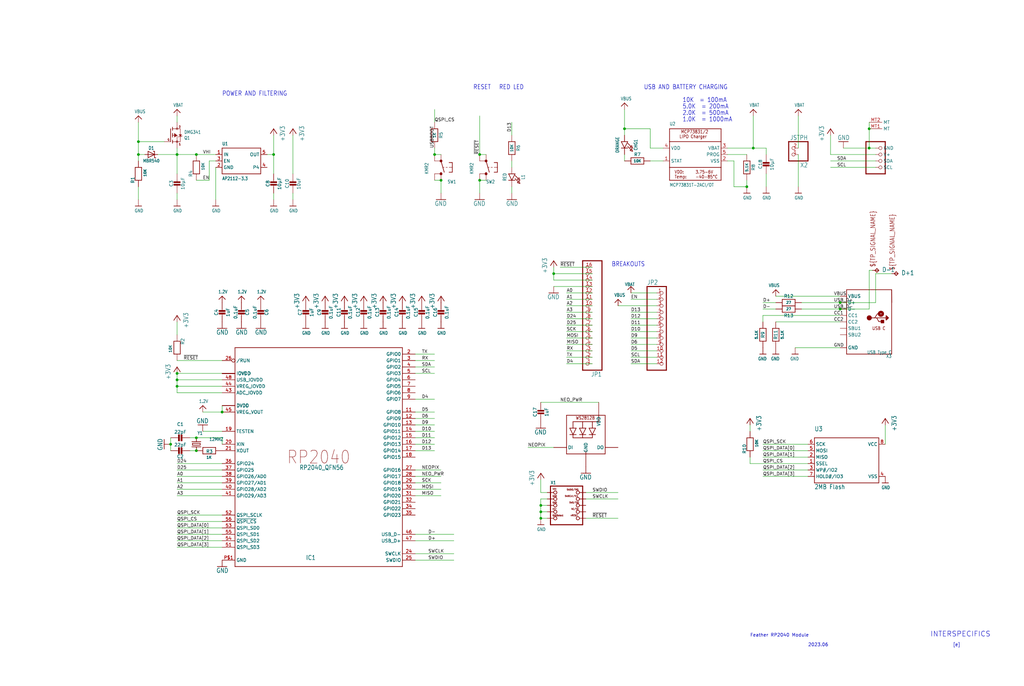
<source format=kicad_sch>
(kicad_sch (version 20230121) (generator eeschema)
  (paper "User" 404.012 270.662)
  (junction (at 297.18 58.42))
  (junction (at 77.47 60.96))
  (junction (at 69.85 60.96))
  (junction (at 77.47 177.8))
  (junction (at 218.44 107.95))
  (junction (at 331.47 119.38))
  (junction (at 213.36 201.93))
  (junction (at 67.31 175.26))
  (junction (at 342.9 50.8))
  (junction (at 173.99 71.12))
  (junction (at 189.23 60.96))
  (junction (at 69.85 149.86))
  (junction (at 69.85 147.32))
  (junction (at 331.47 121.92))
  (junction (at 54.61 55.88))
  (junction (at 189.23 71.12))
  (junction (at 246.38 50.8))
  (junction (at 54.61 60.96))
  (junction (at 87.63 162.56))
  (junction (at 171.45 60.96))
  (junction (at 213.36 204.47))
  (junction (at 77.47 172.72))
  (junction (at 213.36 199.39))
  (junction (at 294.64 73.66))
  (junction (at 69.85 152.4))
  (junction (at 342.9 58.42))
  (junction (at 107.95 60.96))
  (wire (pts (xy 256.54 50.8) (xy 256.54 58.42)) (stroke (width 0.1524)))
  (wire (pts (xy 342.9 58.42) (xy 342.9 50.8)) (stroke (width 0.1524)))
  (wire (pts (xy 256.54 63.5) (xy 261.62 63.5)) (stroke (width 0.1524)))
  (wire (pts (xy 295.91 180.34) (xy 295.91 182.88)) (stroke (width 0.1524)))
  (wire (pts (xy 163.83 190.5) (xy 173.99 190.5)) (stroke (width 0.1524)))
  (wire (pts (xy 259.08 120.65) (xy 243.84 120.65)) (stroke (width 0.1524)))
  (wire (pts (xy 163.83 187.96) (xy 173.99 187.96)) (stroke (width 0.1524)))
  (wire (pts (xy 259.08 138.43) (xy 248.92 138.43)) (stroke (width 0.1524)))
  (wire (pts (xy 306.07 116.84) (xy 331.47 116.84)) (stroke (width 0.1524)))
  (wire (pts (xy 327.66 60.96) (xy 327.66 53.34)) (stroke (width 0.1524)))
  (wire (pts (xy 69.85 182.88) (xy 87.63 182.88)) (stroke (width 0.1524)))
  (wire (pts (xy 107.95 60.96) (xy 107.95 53.34)) (stroke (width 0.1524)))
  (wire (pts (xy 223.52 143.51) (xy 233.68 143.51)) (stroke (width 0.1524)))
  (wire (pts (xy 87.63 160.02) (xy 87.63 162.56)) (stroke (width 0.1524)))
  (wire (pts (xy 213.36 204.47) (xy 213.36 201.93)) (stroke (width 0.1524)))
  (wire (pts (xy 163.83 157.48) (xy 171.45 157.48)) (stroke (width 0.1524)))
  (wire (pts (xy 77.47 71.12) (xy 82.55 71.12)) (stroke (width 0.1524)))
  (wire (pts (xy 314.96 73.66) (xy 314.96 60.96)) (stroke (width 0.1524)))
  (wire (pts (xy 223.52 118.11) (xy 233.68 118.11)) (stroke (width 0.1524)))
  (wire (pts (xy 345.44 63.5) (xy 327.66 63.5)) (stroke (width 0.1524)))
  (wire (pts (xy 233.68 125.73) (xy 223.52 125.73)) (stroke (width 0.1524)))
  (wire (pts (xy 289.56 63.5) (xy 289.56 73.66)) (stroke (width 0.1524)))
  (wire (pts (xy 287.02 63.5) (xy 289.56 63.5)) (stroke (width 0.1524)))
  (wire (pts (xy 69.85 60.96) (xy 69.85 68.58)) (stroke (width 0.1524)))
  (wire (pts (xy 107.95 76.2) (xy 107.95 78.74)) (stroke (width 0.1524)))
  (wire (pts (xy 87.63 205.74) (xy 69.85 205.74)) (stroke (width 0.1524)))
  (wire (pts (xy 171.45 48.26) (xy 171.45 43.18)) (stroke (width 0.1524)))
  (wire (pts (xy 201.93 73.66) (xy 201.93 76.2)) (stroke (width 0.1524)))
  (wire (pts (xy 69.85 213.36) (xy 87.63 213.36)) (stroke (width 0.1524)))
  (wire (pts (xy 218.44 176.53) (xy 208.28 176.53)) (stroke (width 0.1524)))
  (wire (pts (xy 173.99 71.12) (xy 173.99 76.2)) (stroke (width 0.1524)))
  (wire (pts (xy 69.85 210.82) (xy 87.63 210.82)) (stroke (width 0.1524)))
  (wire (pts (xy 67.31 175.26) (xy 67.31 172.72)) (stroke (width 0.1524)))
  (wire (pts (xy 306.07 119.38) (xy 300.99 119.38)) (stroke (width 0.1524)))
  (wire (pts (xy 233.68 133.35) (xy 223.52 133.35)) (stroke (width 0.1524)))
  (wire (pts (xy 57.15 60.96) (xy 54.61 60.96)) (stroke (width 0.1524)))
  (wire (pts (xy 223.52 135.89) (xy 233.68 135.89)) (stroke (width 0.1524)))
  (wire (pts (xy 318.77 175.26) (xy 300.99 175.26)) (stroke (width 0.1524)))
  (wire (pts (xy 349.25 167.64) (xy 349.25 175.26)) (stroke (width 0.1524)))
  (wire (pts (xy 218.44 105.41) (xy 218.44 107.95)) (stroke (width 0.1524)))
  (wire (pts (xy 163.83 177.8) (xy 171.45 177.8)) (stroke (width 0.1524)))
  (wire (pts (xy 295.91 182.88) (xy 318.77 182.88)) (stroke (width 0.1524)))
  (wire (pts (xy 300.99 177.8) (xy 318.77 177.8)) (stroke (width 0.1524)))
  (wire (pts (xy 231.14 194.31) (xy 243.84 194.31)) (stroke (width 0.1524)))
  (wire (pts (xy 189.23 60.96) (xy 191.77 60.96)) (stroke (width 0.1524)))
  (wire (pts (xy 246.38 60.96) (xy 246.38 63.5)) (stroke (width 0.1524)))
  (wire (pts (xy 189.23 45.72) (xy 189.23 60.96)) (stroke (width 0.1524)))
  (wire (pts (xy 163.83 195.58) (xy 173.99 195.58)) (stroke (width 0.1524)))
  (wire (pts (xy 163.83 193.04) (xy 173.99 193.04)) (stroke (width 0.1524)))
  (wire (pts (xy 331.47 124.46) (xy 300.99 124.46)) (stroke (width 0.1524)))
  (wire (pts (xy 171.45 60.96) (xy 171.45 58.42)) (stroke (width 0.1524)))
  (wire (pts (xy 69.85 149.86) (xy 69.85 147.32)) (stroke (width 0.1524)))
  (wire (pts (xy 87.63 203.2) (xy 69.85 203.2)) (stroke (width 0.1524)))
  (wire (pts (xy 331.47 127) (xy 306.07 127)) (stroke (width 0.1524)))
  (wire (pts (xy 163.83 139.7) (xy 171.45 139.7)) (stroke (width 0.1524)))
  (wire (pts (xy 233.68 113.03) (xy 218.44 113.03)) (stroke (width 0.1524)))
  (wire (pts (xy 85.09 66.04) (xy 85.09 78.74)) (stroke (width 0.1524)))
  (wire (pts (xy 218.44 110.49) (xy 218.44 107.95)) (stroke (width 0.1524)))
  (wire (pts (xy 246.38 53.34) (xy 246.38 50.8)) (stroke (width 0.1524)))
  (wire (pts (xy 189.23 76.2) (xy 189.23 71.12)) (stroke (width 0.1524)))
  (wire (pts (xy 77.47 60.96) (xy 69.85 60.96)) (stroke (width 0.1524)))
  (wire (pts (xy 163.83 175.26) (xy 171.45 175.26)) (stroke (width 0.1524)))
  (wire (pts (xy 105.41 60.96) (xy 107.95 60.96)) (stroke (width 0.1524)))
  (wire (pts (xy 318.77 180.34) (xy 300.99 180.34)) (stroke (width 0.1524)))
  (wire (pts (xy 171.45 142.24) (xy 163.83 142.24)) (stroke (width 0.1524)))
  (wire (pts (xy 115.57 68.58) (xy 115.57 53.34)) (stroke (width 0.1524)))
  (wire (pts (xy 289.56 73.66) (xy 294.64 73.66)) (stroke (width 0.1524)))
  (wire (pts (xy 259.08 128.27) (xy 248.92 128.27)) (stroke (width 0.1524)))
  (wire (pts (xy 64.77 55.88) (xy 54.61 55.88)) (stroke (width 0.1524)))
  (wire (pts (xy 248.92 118.11) (xy 259.08 118.11)) (stroke (width 0.1524)))
  (wire (pts (xy 87.63 185.42) (xy 69.85 185.42)) (stroke (width 0.1524)))
  (wire (pts (xy 236.22 158.75) (xy 213.36 158.75)) (stroke (width 0.1524)))
  (wire (pts (xy 213.36 199.39) (xy 213.36 201.93)) (stroke (width 0.1524)))
  (wire (pts (xy 87.63 170.18) (xy 80.01 170.18)) (stroke (width 0.1524)))
  (wire (pts (xy 173.99 60.96) (xy 171.45 60.96)) (stroke (width 0.1524)))
  (wire (pts (xy 246.38 43.18) (xy 246.38 50.8)) (stroke (width 0.1524)))
  (wire (pts (xy 345.44 60.96) (xy 327.66 60.96)) (stroke (width 0.1524)))
  (wire (pts (xy 54.61 60.96) (xy 54.61 55.88)) (stroke (width 0.1524)))
  (wire (pts (xy 302.26 58.42) (xy 297.18 58.42)) (stroke (width 0.1524)))
  (wire (pts (xy 213.36 199.39) (xy 215.9 199.39)) (stroke (width 0.1524)))
  (wire (pts (xy 233.68 130.81) (xy 223.52 130.81)) (stroke (width 0.1524)))
  (wire (pts (xy 345.44 58.42) (xy 342.9 58.42)) (stroke (width 0.1524)))
  (wire (pts (xy 345.44 107.95) (xy 351.79 107.95)) (stroke (width 0.1524)))
  (wire (pts (xy 233.68 105.41) (xy 220.98 105.41)) (stroke (width 0.1524)))
  (wire (pts (xy 87.63 187.96) (xy 69.85 187.96)) (stroke (width 0.1524)))
  (wire (pts (xy 342.9 50.8) (xy 342.9 48.26)) (stroke (width 0.1524)))
  (wire (pts (xy 314.96 45.72) (xy 314.96 58.42)) (stroke (width 0.1524)))
  (wire (pts (xy 259.08 133.35) (xy 248.92 133.35)) (stroke (width 0.1524)))
  (wire (pts (xy 223.52 128.27) (xy 233.68 128.27)) (stroke (width 0.1524)))
  (wire (pts (xy 201.93 63.5) (xy 201.93 66.04)) (stroke (width 0.1524)))
  (wire (pts (xy 223.52 140.97) (xy 233.68 140.97)) (stroke (width 0.1524)))
  (wire (pts (xy 77.47 172.72) (xy 74.93 172.72)) (stroke (width 0.1524)))
  (wire (pts (xy 259.08 123.19) (xy 248.92 123.19)) (stroke (width 0.1524)))
  (wire (pts (xy 233.68 120.65) (xy 223.52 120.65)) (stroke (width 0.1524)))
  (wire (pts (xy 295.91 167.64) (xy 295.91 170.18)) (stroke (width 0.1524)))
  (wire (pts (xy 345.44 119.38) (xy 331.47 119.38)) (stroke (width 0.1524)))
  (wire (pts (xy 69.85 45.72) (xy 69.85 48.26)) (stroke (width 0.1524)))
  (wire (pts (xy 77.47 172.72) (xy 87.63 172.72)) (stroke (width 0.1524)))
  (wire (pts (xy 82.55 71.12) (xy 82.55 63.5)) (stroke (width 0.1524)))
  (wire (pts (xy 163.83 147.32) (xy 171.45 147.32)) (stroke (width 0.1524)))
  (wire (pts (xy 191.77 71.12) (xy 189.23 71.12)) (stroke (width 0.1524)))
  (wire (pts (xy 342.9 106.68) (xy 344.17 106.68)) (stroke (width 0.1524)))
  (wire (pts (xy 248.92 143.51) (xy 259.08 143.51)) (stroke (width 0.1524)))
  (wire (pts (xy 69.85 154.94) (xy 69.85 152.4)) (stroke (width 0.1524)))
  (wire (pts (xy 69.85 58.42) (xy 69.85 60.96)) (stroke (width 0.1524)))
  (wire (pts (xy 69.85 195.58) (xy 87.63 195.58)) (stroke (width 0.1524)))
  (wire (pts (xy 248.92 135.89) (xy 259.08 135.89)) (stroke (width 0.1524)))
  (wire (pts (xy 69.85 215.9) (xy 87.63 215.9)) (stroke (width 0.1524)))
  (wire (pts (xy 87.63 193.04) (xy 69.85 193.04)) (stroke (width 0.1524)))
  (wire (pts (xy 107.95 68.58) (xy 107.95 60.96)) (stroke (width 0.1524)))
  (wire (pts (xy 201.93 53.34) (xy 201.93 48.26)) (stroke (width 0.1524)))
  (wire (pts (xy 87.63 147.32) (xy 69.85 147.32)) (stroke (width 0.1524)))
  (wire (pts (xy 80.01 162.56) (xy 87.63 162.56)) (stroke (width 0.1524)))
  (wire (pts (xy 163.83 170.18) (xy 171.45 170.18)) (stroke (width 0.1524)))
  (wire (pts (xy 62.23 60.96) (xy 69.85 60.96)) (stroke (width 0.1524)))
  (wire (pts (xy 54.61 78.74) (xy 54.61 73.66)) (stroke (width 0.1524)))
  (wire (pts (xy 213.36 194.31) (xy 213.36 189.23)) (stroke (width 0.1524)))
  (wire (pts (xy 302.26 60.96) (xy 302.26 58.42)) (stroke (width 0.1524)))
  (wire (pts (xy 115.57 76.2) (xy 115.57 78.74)) (stroke (width 0.1524)))
  (wire (pts (xy 163.83 167.64) (xy 171.45 167.64)) (stroke (width 0.1524)))
  (wire (pts (xy 297.18 45.72) (xy 297.18 58.42)) (stroke (width 0.1524)))
  (wire (pts (xy 87.63 172.72) (xy 87.63 175.26)) (stroke (width 0.1524)))
  (wire (pts (xy 300.99 124.46) (xy 300.99 127)) (stroke (width 0.1524)))
  (wire (pts (xy 233.68 110.49) (xy 218.44 110.49)) (stroke (width 0.1524)))
  (wire (pts (xy 163.83 185.42) (xy 173.99 185.42)) (stroke (width 0.1524)))
  (wire (pts (xy 215.9 204.47) (xy 213.36 204.47)) (stroke (width 0.1524)))
  (wire (pts (xy 67.31 177.8) (xy 67.31 175.26)) (stroke (width 0.1524)))
  (wire (pts (xy 233.68 138.43) (xy 223.52 138.43)) (stroke (width 0.1524)))
  (wire (pts (xy 179.07 218.44) (xy 163.83 218.44)) (stroke (width 0.1524)))
  (wire (pts (xy 69.85 76.2) (xy 69.85 78.74)) (stroke (width 0.1524)))
  (wire (pts (xy 287.02 60.96) (xy 294.64 60.96)) (stroke (width 0.1524)))
  (wire (pts (xy 259.08 140.97) (xy 248.92 140.97)) (stroke (width 0.1524)))
  (wire (pts (xy 87.63 142.24) (xy 69.85 142.24)) (stroke (width 0.1524)))
  (wire (pts (xy 300.99 121.92) (xy 306.07 121.92)) (stroke (width 0.1524)))
  (wire (pts (xy 54.61 55.88) (xy 54.61 48.26)) (stroke (width 0.1524)))
  (wire (pts (xy 327.66 66.04) (xy 345.44 66.04)) (stroke (width 0.1524)))
  (wire (pts (xy 297.18 58.42) (xy 287.02 58.42)) (stroke (width 0.1524)))
  (wire (pts (xy 163.83 165.1) (xy 171.45 165.1)) (stroke (width 0.1524)))
  (wire (pts (xy 213.36 201.93) (xy 215.9 201.93)) (stroke (width 0.1524)))
  (wire (pts (xy 342.9 121.92) (xy 331.47 121.92)) (stroke (width 0.1524)))
  (wire (pts (xy 300.99 187.96) (xy 318.77 187.96)) (stroke (width 0.1524)))
  (wire (pts (xy 85.09 60.96) (xy 77.47 60.96)) (stroke (width 0.1524)))
  (wire (pts (xy 54.61 63.5) (xy 54.61 60.96)) (stroke (width 0.1524)))
  (wire (pts (xy 231.14 204.47) (xy 243.84 204.47)) (stroke (width 0.1524)))
  (wire (pts (xy 163.83 220.98) (xy 179.07 220.98)) (stroke (width 0.1524)))
  (wire (pts (xy 163.83 144.78) (xy 171.45 144.78)) (stroke (width 0.1524)))
  (wire (pts (xy 218.44 107.95) (xy 233.68 107.95)) (stroke (width 0.1524)))
  (wire (pts (xy 248.92 130.81) (xy 259.08 130.81)) (stroke (width 0.1524)))
  (wire (pts (xy 69.85 208.28) (xy 87.63 208.28)) (stroke (width 0.1524)))
  (wire (pts (xy 87.63 149.86) (xy 69.85 149.86)) (stroke (width 0.1524)))
  (wire (pts (xy 163.83 210.82) (xy 179.07 210.82)) (stroke (width 0.1524)))
  (wire (pts (xy 215.9 196.85) (xy 213.36 196.85)) (stroke (width 0.1524)))
  (wire (pts (xy 233.68 115.57) (xy 223.52 115.57)) (stroke (width 0.1524)))
  (wire (pts (xy 213.36 196.85) (xy 213.36 199.39)) (stroke (width 0.1524)))
  (wire (pts (xy 163.83 162.56) (xy 171.45 162.56)) (stroke (width 0.1524)))
  (wire (pts (xy 243.84 196.85) (xy 231.14 196.85)) (stroke (width 0.1524)))
  (wire (pts (xy 331.47 119.38) (xy 316.23 119.38)) (stroke (width 0.1524)))
  (wire (pts (xy 69.85 127) (xy 69.85 132.08)) (stroke (width 0.1524)))
  (wire (pts (xy 163.83 213.36) (xy 179.07 213.36)) (stroke (width 0.1524)))
  (wire (pts (xy 69.85 152.4) (xy 69.85 149.86)) (stroke (width 0.1524)))
  (wire (pts (xy 316.23 121.92) (xy 331.47 121.92)) (stroke (width 0.1524)))
  (wire (pts (xy 248.92 115.57) (xy 259.08 115.57)) (stroke (width 0.1524)))
  (wire (pts (xy 246.38 50.8) (xy 256.54 50.8)) (stroke (width 0.1524)))
  (wire (pts (xy 87.63 152.4) (xy 69.85 152.4)) (stroke (width 0.1524)))
  (wire (pts (xy 215.9 194.31) (xy 213.36 194.31)) (stroke (width 0.1524)))
  (wire (pts (xy 342.9 106.68) (xy 342.9 121.92)) (stroke (width 0.1524)))
  (wire (pts (xy 256.54 58.42) (xy 261.62 58.42)) (stroke (width 0.1524)))
  (wire (pts (xy 69.85 190.5) (xy 87.63 190.5)) (stroke (width 0.1524)))
  (wire (pts (xy 87.63 154.94) (xy 69.85 154.94)) (stroke (width 0.1524)))
  (wire (pts (xy 82.55 63.5) (xy 85.09 63.5)) (stroke (width 0.1524)))
  (wire (pts (xy 342.9 58.42) (xy 332.74 58.42)) (stroke (width 0.1524)))
  (wire (pts (xy 318.77 185.42) (xy 300.99 185.42)) (stroke (width 0.1524)))
  (wire (pts (xy 171.45 71.12) (xy 173.99 71.12)) (stroke (width 0.1524)))
  (wire (pts (xy 248.92 125.73) (xy 259.08 125.73)) (stroke (width 0.1524)))
  (wire (pts (xy 302.26 68.58) (xy 302.26 73.66)) (stroke (width 0.1524)))
  (wire (pts (xy 313.69 137.16) (xy 331.47 137.16)) (stroke (width 0.1524)))
  (wire (pts (xy 223.52 123.19) (xy 233.68 123.19)) (stroke (width 0.1524)))
  (wire (pts (xy 74.93 177.8) (xy 77.47 177.8)) (stroke (width 0.1524)))
  (wire (pts (xy 345.44 107.95) (xy 345.44 119.38)) (stroke (width 0.1524)))
  (wire (pts (xy 163.83 172.72) (xy 171.45 172.72)) (stroke (width 0.1524)))
  (wire (pts (xy 294.64 71.12) (xy 294.64 73.66)) (stroke (width 0.1524)))
  (text "5.0K  = 200mA" (at 269.24 43.18 0) (effects (font (size 1.778 1.5113)) (justify left bottom)))
  (text "2.0K  = 500mA" (at 269.24 45.72 0) (effects (font (size 1.778 1.5113)) (justify left bottom)))
  (text "1.0K  = 1000mA" (at 269.24 48.26 0) (effects (font (size 1.778 1.5113)) (justify left bottom)))
  (text "POWER AND FILTERING" (at 87.63 38.1 0) (effects (font (size 1.778 1.5113)) (justify left bottom)))
  (text "10K  = 100mA" (at 269.24 40.64 0) (effects (font (size 1.778 1.5113)) (justify left bottom)))
  (text "INTERSPECIFICS" (at 367.03 251.46 0) (effects (font (size 2 2)) (justify left bottom)))
  (text "USB AND BATTERY CHARGING" (at 254 35.56 0) (effects (font (size 1.778 1.5113)) (justify left bottom)))
  (text "RED LED" (at 196.85 35.56 0) (effects (font (size 1.778 1.5113)) (justify left bottom)))
  (text "RESET" (at 186.69 35.56 0) (effects (font (size 1.778 1.5113)) (justify left bottom)))
  (text "Feather RP2040 Module" (at 295.91 251.46 0) (effects (font (size 1.27 1.27)) (justify left bottom)))
  (text "BREAKOUTS" (at 241.3 105.41 0) (effects (font (size 1.778 1.5113)) (justify left bottom)))
  (text "[e]" (at 375.92 255.27 0) (effects (font (size 1.27 1.27)) (justify left bottom)))
  (text "2023.06\n" (at 318.77 255.27 0) (effects (font (size 1.27 1.27)) (justify left bottom)))
  (label "SDA" (at 330.2 63.5 0) (effects (font (size 1.2446 1.2446))))
  (label "VBUS" (at 328.93 116.84 0) (effects (font (size 1.2446 1.2446))))
  (label "NEOPIX" (at 166.37 185.42 0) (effects (font (size 1.2446 1.2446))))
  (label "SWCLK" (at 168.91 218.44 0) (effects (font (size 1.2446 1.2446))))
  (label "D4" (at 166.37 157.48 0) (effects (font (size 1.2446 1.2446))))
  (label "NEO_PWR" (at 166.37 187.96 0) (effects (font (size 1.2446 1.2446))))
  (label "D10" (at 248.92 130.81 0) (effects (font (size 1.2446 1.2446))))
  (label "D11" (at 248.92 128.27 0) (effects (font (size 1.2446 1.2446))))
  (label "A3" (at 223.52 123.19 0) (effects (font (size 1.2446 1.2446))))
  (label "QSPI_DATA[0]" (at 69.85 208.28 0) (effects (font (size 1.2446 1.2446))))
  (label "QSPI_DATA[0]" (at 300.99 177.8 0) (effects (font (size 1.2446 1.2446))))
  (label "QSPI_SCK" (at 300.99 175.26 0) (effects (font (size 1.2446 1.2446))))
  (label "D5" (at 248.92 138.43 0) (effects (font (size 1.2446 1.2446))))
  (label "EN" (at 80.01 71.12 0) (effects (font (size 1.2446 1.2446))))
  (label "NEOPIX" (at 208.28 176.53 0) (effects (font (size 1.2446 1.2446))))
  (label "QSPI_DATA[1]" (at 300.99 180.34 0) (effects (font (size 1.2446 1.2446))))
  (label "D-" (at 168.91 210.82 0) (effects (font (size 1.2446 1.2446))))
  (label "D24" (at 69.85 182.88 0) (effects (font (size 1.2446 1.2446))))
  (label "A2" (at 223.52 120.65 0) (effects (font (size 1.2446 1.2446))))
  (label "D10" (at 166.37 170.18 0) (effects (font (size 1.2446 1.2446))))
  (label "QSPI_CS" (at 300.99 182.88 0) (effects (font (size 1.2446 1.2446))))
  (label "SWDIO" (at 233.68 194.31 0) (effects (font (size 1.2446 1.2446))))
  (label "A0" (at 69.85 187.96 0) (effects (font (size 1.2446 1.2446))))
  (label "D6" (at 248.92 135.89 0) (effects (font (size 1.2446 1.2446))))
  (label "NEO_PWR" (at 220.98 158.75 0) (effects (font (size 1.2446 1.2446))))
  (label "~{RESET}" (at 220.98 105.41 0) (effects (font (size 1.2446 1.2446))))
  (label "QSPI_DATA[3]" (at 69.85 215.9 0) (effects (font (size 1.2446 1.2446))))
  (label "MISO" (at 166.37 195.58 0) (effects (font (size 1.2446 1.2446))))
  (label "A2" (at 69.85 193.04 0) (effects (font (size 1.2446 1.2446))))
  (label "D25" (at 223.52 128.27 0) (effects (font (size 1.2446 1.2446))))
  (label "D5" (at 166.37 162.56 0) (effects (font (size 1.2446 1.2446))))
  (label "QSPI_DATA[2]" (at 300.99 185.42 0) (effects (font (size 1.2446 1.2446))))
  (label "D+" (at 300.99 119.38 0) (effects (font (size 1.2446 1.2446))))
  (label "D+" (at 168.91 213.36 0) (effects (font (size 1.2446 1.2446))))
  (label "QSPI_CS" (at 171.45 48.26 0) (effects (font (size 1.2446 1.2446))))
  (label "SCK" (at 166.37 190.5 0) (effects (font (size 1.2446 1.2446))))
  (label "QSPI_DATA[3]" (at 300.99 187.96 0) (effects (font (size 1.2446 1.2446))))
  (label "SDA" (at 248.92 143.51 0) (effects (font (size 1.2446 1.2446))))
  (label "USB_D-" (at 328.93 121.92 0) (effects (font (size 1.2446 1.2446))))
  (label "USBBOOT" (at 171.45 58.42 90) (effects (font (size 1.2446 1.2446))))
  (label "D13" (at 201.93 48.26 270) (effects (font (size 1.2446 1.2446))))
  (label "D13" (at 166.37 177.8 0) (effects (font (size 1.2446 1.2446))))
  (label "A3" (at 69.85 195.58 0) (effects (font (size 1.2446 1.2446))))
  (label "D12" (at 166.37 175.26 0) (effects (font (size 1.2446 1.2446))))
  (label "EN" (at 248.92 118.11 0) (effects (font (size 1.2446 1.2446))))
  (label "D-" (at 300.99 121.92 0) (effects (font (size 1.2446 1.2446))))
  (label "CC1" (at 328.93 124.46 0) (effects (font (size 1.2446 1.2446))))
  (label "VHI" (at 80.01 60.96 0) (effects (font (size 1.2446 1.2446))))
  (label "A1" (at 223.52 118.11 0) (effects (font (size 1.2446 1.2446))))
  (label "D25" (at 69.85 185.42 0) (effects (font (size 1.2446 1.2446))))
  (label "SWCLK" (at 233.68 196.85 0) (effects (font (size 1.2446 1.2446))))
  (label "QSPI_CS" (at 69.85 205.74 0) (effects (font (size 1.2446 1.2446))))
  (label "MOSI" (at 223.52 133.35 0) (effects (font (size 1.2446 1.2446))))
  (label "~{RESET}" (at 233.68 204.47 0) (effects (font (size 1.2446 1.2446))))
  (label "D6" (at 166.37 165.1 0) (effects (font (size 1.2446 1.2446))))
  (label "TX" (at 166.37 139.7 0) (effects (font (size 1.2446 1.2446))))
  (label "SCL" (at 330.2 66.04 0) (effects (font (size 1.2446 1.2446))))
  (label "GND" (at 328.93 137.16 0) (effects (font (size 1.2446 1.2446))))
  (label "CC2" (at 328.93 127 0) (effects (font (size 1.2446 1.2446))))
  (label "MOSI" (at 166.37 193.04 0) (effects (font (size 1.2446 1.2446))))
  (label "D4" (at 223.52 143.51 0) (effects (font (size 1.2446 1.2446))))
  (label "D13" (at 248.92 123.19 0) (effects (font (size 1.2446 1.2446))))
  (label "QSPI_DATA[1]" (at 69.85 210.82 0) (effects (font (size 1.2446 1.2446))))
  (label "RX" (at 166.37 142.24 0) (effects (font (size 1.2446 1.2446))))
  (label "D12" (at 248.92 125.73 0) (effects (font (size 1.2446 1.2446))))
  (label "SDA" (at 166.37 144.78 0) (effects (font (size 1.2446 1.2446))))
  (label "MISO" (at 223.52 135.89 0) (effects (font (size 1.2446 1.2446))))
  (label "SWDIO" (at 168.91 220.98 0) (effects (font (size 1.2446 1.2446))))
  (label "~{RESET}" (at 189.23 60.96 90) (effects (font (size 1.2446 1.2446))))
  (label "D9" (at 166.37 167.64 0) (effects (font (size 1.2446 1.2446))))
  (label "USB_D+" (at 328.93 119.38 0) (effects (font (size 1.2446 1.2446))))
  (label "A0" (at 223.52 115.57 0) (effects (font (size 1.2446 1.2446))))
  (label "RX" (at 223.52 138.43 0) (effects (font (size 1.2446 1.2446))))
  (label "QSPI_SCK" (at 69.85 203.2 0) (effects (font (size 1.2446 1.2446))))
  (label "SCK" (at 223.52 130.81 0) (effects (font (size 1.2446 1.2446))))
  (label "~{RESET}" (at 72.39 142.24 0) (effects (font (size 1.2446 1.2446))))
  (label "A1" (at 69.85 190.5 0) (effects (font (size 1.2446 1.2446))))
  (label "D24" (at 223.52 125.73 0) (effects (font (size 1.2446 1.2446))))
  (label "SCL" (at 248.92 140.97 0) (effects (font (size 1.2446 1.2446))))
  (label "SCL" (at 166.37 147.32 0) (effects (font (size 1.2446 1.2446))))
  (label "D11" (at 166.37 172.72 0) (effects (font (size 1.2446 1.2446))))
  (label "QSPI_DATA[2]" (at 69.85 213.36 0) (effects (font (size 1.2446 1.2446))))
  (label "D9" (at 248.92 133.35 0) (effects (font (size 1.2446 1.2446))))
  (label "TX" (at 223.52 140.97 0) (effects (font (size 1.2446 1.2446))))
  (symbol (lib_id "Adafruit Feather RP2040 rev B-eagle-import:+3V3") (at 151.13 116.84 0) (unit 1)
    (property "Reference" "#+3V09" (effects hide))
    (property "Value" "+3V3" (at 148.59 121.92 90) (effects (font (size 1.778 1.5113)) (justify left bottom)))
  )
  (symbol (lib_id "Adafruit Feather RP2040 rev B-eagle-import:CAP_CERAMIC0603_NO") (at 72.39 172.72 90) (unit 1)
    (property "Reference" "C1" (at 71.14 167.39 90))
    (property "Value" "22pF" (at 71.14 170.42 90))
    (property "Footprint" "Adafruit Feather RP2040 rev B:0603-NO" (effects hide))
  )
  (symbol (lib_id "Adafruit Feather RP2040 rev B-eagle-import:CAP_CERAMIC0603_NO") (at 173.99 124.46 0) (unit 1)
    (property "Reference" "C16" (at 171.7 123.21 90))
    (property "Value" "0.1uF" (at 176.29 123.21 90))
    (property "Footprint" "Adafruit Feather RP2040 rev B:0603-NO" (effects hide))
  )
  (symbol (lib_id "Adafruit Feather RP2040 rev B-eagle-import:CAP_CERAMIC0603_NO") (at 158.75 124.46 0) (unit 1)
    (property "Reference" "C14" (at 156.46 123.21 90))
    (property "Value" "0.1uF" (at 161.05 123.21 90))
    (property "Footprint" "Adafruit Feather RP2040 rev B:0603-NO" (effects hide))
  )
  (symbol (lib_id "Adafruit Feather RP2040 rev B-eagle-import:CAP_CERAMIC0805-NOOUTLINE") (at 69.85 73.66 0) (unit 1)
    (property "Reference" "C3" (at 67.56 72.41 90))
    (property "Value" "10µF" (at 72.15 72.41 90))
    (property "Footprint" "Adafruit Feather RP2040 rev B:0805-NO" (effects hide))
  )
  (symbol (lib_id "Adafruit Feather RP2040 rev B-eagle-import:SWITCH_TACT_SMT4.6X2.8") (at 191.77 66.04 270) (unit 1)
    (property "Reference" "SW2" (at 191.77 72.39 90) (effects (font (size 1.27 1.0795)) (justify left bottom)))
    (property "Value" "KMR2" (at 185.42 64.135 0) (effects (font (size 1.27 1.0795)) (justify left bottom)))
    (property "Footprint" "Adafruit Feather RP2040 rev B:BTN_KMR2_4.6X2.8" (effects hide))
  )
  (symbol (lib_id "Adafruit Feather RP2040 rev B-eagle-import:+3V3") (at 135.89 116.84 0) (unit 1)
    (property "Reference" "#+3V07" (effects hide))
    (property "Value" "+3V3" (at 133.35 121.92 90) (effects (font (size 1.778 1.5113)) (justify left bottom)))
  )
  (symbol (lib_id "Adafruit Feather RP2040 rev B-eagle-import:RESISTOR_0603_NOOUT") (at 82.55 177.8 0) (unit 1)
    (property "Reference" "R3" (at 81.28 178.8414 0) (effects (justify left bottom)))
    (property "Value" "1K" (at 81.28 181.102 0) (effects (font (size 1.016 1.016) bold) (justify left bottom)))
    (property "Footprint" "Adafruit Feather RP2040 rev B:0603-NO" (effects hide))
  )
  (symbol (lib_id "Adafruit Feather RP2040 rev B-eagle-import:RESISTOR_0603_NOOUT") (at 306.07 132.08 270) (mirror x) (unit 1)
    (property "Reference" "R11" (at 306.07 132.08 0))
    (property "Value" "5.1K" (at 308.61 132.08 0) (effects (font (size 1.016 1.016) bold)))
    (property "Footprint" "Adafruit Feather RP2040 rev B:0603-NO" (effects hide))
  )
  (symbol (lib_id "Adafruit Feather RP2040 rev B-eagle-import:supply1_GND") (at 218.44 115.57 0) (unit 1)
    (property "Reference" "#GND011" (effects hide))
    (property "Value" "GND" (at 215.9 118.11 0) (effects (font (size 1.778 1.5113)) (justify left bottom)))
  )
  (symbol (lib_id "Adafruit Feather RP2040 rev B-eagle-import:supply1_GND") (at 102.87 129.54 0) (mirror y) (unit 1)
    (property "Reference" "#GND06" (effects hide))
    (property "Value" "GND" (at 105.41 132.08 0) (effects (font (size 1.778 1.5113)) (justify left bottom)))
  )
  (symbol (lib_id "Adafruit Feather RP2040 rev B-eagle-import:+3V3") (at 327.66 50.8 0) (unit 1)
    (property "Reference" "#+3V016" (effects hide))
    (property "Value" "+3V3" (at 325.12 55.88 90) (effects (font (size 1.778 1.5113)) (justify left bottom)))
  )
  (symbol (lib_id "Adafruit Feather RP2040 rev B-eagle-import:VREG_SOT23-5") (at 95.25 63.5 0) (unit 1)
    (property "Reference" "U1" (at 87.63 57.404 0) (effects (font (size 1.27 1.0795)) (justify left bottom)))
    (property "Value" "AP2112-3.3" (at 87.63 71.12 0) (effects (font (size 1.27 1.0795)) (justify left bottom)))
    (property "Footprint" "Adafruit Feather RP2040 rev B:SOT23-5@1" (effects hide))
  )
  (symbol (lib_id "Adafruit Feather RP2040 rev B-eagle-import:+3V3") (at 173.99 116.84 0) (unit 1)
    (property "Reference" "#+3V012" (effects hide))
    (property "Value" "+3V3" (at 171.45 121.92 90) (effects (font (size 1.778 1.5113)) (justify left bottom)))
  )
  (symbol (lib_id "Adafruit Feather RP2040 rev B-eagle-import:TPB1,27") (at 354.33 107.95 270) (mirror x) (unit 1)
    (property "Reference" "D+1" (at 355.6 106.68 90) (effects (font (size 1.778 1.5113)) (justify left bottom)))
    (property "Value" "TPB1,27" (effects hide))
    (property "Footprint" "Adafruit Feather RP2040 rev B:B1,27" (effects hide))
  )
  (symbol (lib_id "Adafruit Feather RP2040 rev B-eagle-import:CAP_CERAMIC0805-NOOUTLINE") (at 115.57 73.66 0) (unit 1)
    (property "Reference" "C10" (at 113.28 72.41 90))
    (property "Value" "10uF" (at 117.87 72.41 90))
    (property "Footprint" "Adafruit Feather RP2040 rev B:0805-NO" (effects hide))
  )
  (symbol (lib_id "Adafruit Feather RP2040 rev B-eagle-import:GND") (at 166.37 129.54 0) (unit 1)
    (property "Reference" "#U$018" (effects hide))
    (property "Value" "GND" (at 164.846 132.08 0) (effects (font (size 1.27 1.0795)) (justify left bottom)))
  )
  (symbol (lib_id "Adafruit Feather RP2040 rev B-eagle-import:VBAT") (at 297.18 43.18 0) (unit 1)
    (property "Reference" "#U$025" (effects hide))
    (property "Value" "VBAT" (at 295.656 42.164 0) (effects (font (size 1.27 1.0795)) (justify left bottom)))
  )
  (symbol (lib_id "Adafruit Feather RP2040 rev B-eagle-import:+3V3") (at 128.27 116.84 0) (unit 1)
    (property "Reference" "#+3V05" (effects hide))
    (property "Value" "+3V3" (at 125.73 121.92 90) (effects (font (size 1.778 1.5113)) (justify left bottom)))
  )
  (symbol (lib_id "Adafruit Feather RP2040 rev B-eagle-import:1.2V") (at 80.01 160.02 0) (unit 1)
    (property "Reference" "#U$03" (effects hide))
    (property "Value" "1.2V" (at 78.486 159.004 0) (effects (font (size 1.27 1.0795)) (justify left bottom)))
  )
  (symbol (lib_id "Adafruit Feather RP2040 rev B-eagle-import:1.2V") (at 95.25 116.84 0) (unit 1)
    (property "Reference" "#U$07" (effects hide))
    (property "Value" "1.2V" (at 93.726 115.824 0) (effects (font (size 1.27 1.0795)) (justify left bottom)))
  )
  (symbol (lib_id "Adafruit Feather RP2040 rev B-eagle-import:TPB1,27") (at 346.71 106.68 270) (mirror x) (unit 1)
    (property "Reference" "D-1" (at 347.98 105.41 90) (effects (font (size 1.778 1.5113)) (justify left bottom)))
    (property "Value" "TPB1,27" (effects hide))
    (property "Footprint" "Adafruit Feather RP2040 rev B:B1,27" (effects hide))
  )
  (symbol (lib_id "Adafruit Feather RP2040 rev B-eagle-import:GND") (at 314.96 76.2 0) (unit 1)
    (property "Reference" "#U$031" (effects hide))
    (property "Value" "GND" (at 313.436 78.74 0) (effects (font (size 1.27 1.0795)) (justify left bottom)))
  )
  (symbol (lib_id "Adafruit Feather RP2040 rev B-eagle-import:RESISTOR_0603_NOOUT") (at 54.61 68.58 90) (unit 1)
    (property "Reference" "R1" (at 53.1114 72.39 0) (effects (justify left bottom)))
    (property "Value" "10K" (at 57.912 69.85 0) (effects (font (size 1.016 1.016) bold) (justify left bottom)))
    (property "Footprint" "Adafruit Feather RP2040 rev B:0603-NO" (effects hide))
  )
  (symbol (lib_id "Adafruit Feather RP2040 rev B-eagle-import:+3V3") (at 213.36 186.69 0) (unit 1)
    (property "Reference" "#+3V013" (effects hide))
    (property "Value" "+3V3" (at 210.82 191.77 90) (effects (font (size 1.778 1.5113)) (justify left bottom)))
  )
  (symbol (lib_id "Adafruit Feather RP2040 rev B-eagle-import:VBUS") (at 246.38 40.64 0) (unit 1)
    (property "Reference" "#U$021" (effects hide))
    (property "Value" "VBUS" (at 244.856 39.624 0) (effects (font (size 1.27 1.0795)) (justify left bottom)))
  )
  (symbol (lib_id "Adafruit Feather RP2040 rev B-eagle-import:RESISTOR_0603_NOOUT") (at 311.15 121.92 0) (mirror y) (unit 1)
    (property "Reference" "R13" (at 311.15 124.46 0))
    (property "Value" "27" (at 311.15 121.92 0) (effects (font (size 1.016 1.016) bold)))
    (property "Footprint" "Adafruit Feather RP2040 rev B:0603-NO" (effects hide))
  )
  (symbol (lib_id "Adafruit Feather RP2040 rev B-eagle-import:CAP_CERAMIC0805-NOOUTLINE") (at 302.26 66.04 0) (unit 1)
    (property "Reference" "C18" (at 299.97 64.79 90))
    (property "Value" "10µF" (at 304.56 64.79 90))
    (property "Footprint" "Adafruit Feather RP2040 rev B:0805-NO" (effects hide))
  )
  (symbol (lib_id "Adafruit Feather RP2040 rev B-eagle-import:GND") (at 306.07 139.7 0) (mirror y) (unit 1)
    (property "Reference" "#U$029" (effects hide))
    (property "Value" "GND" (at 307.594 142.24 0) (effects (font (size 1.27 1.0795)) (justify left bottom)))
  )
  (symbol (lib_id "Adafruit Feather RP2040 rev B-eagle-import:CAP_CERAMIC0603_NO") (at 143.51 124.46 0) (unit 1)
    (property "Reference" "C12" (at 141.22 123.21 90))
    (property "Value" "0.1uF" (at 145.81 123.21 90))
    (property "Footprint" "Adafruit Feather RP2040 rev B:0603-NO" (effects hide))
  )
  (symbol (lib_id "Adafruit Feather RP2040 rev B-eagle-import:GND") (at 158.75 129.54 0) (unit 1)
    (property "Reference" "#U$017" (effects hide))
    (property "Value" "GND" (at 157.226 132.08 0) (effects (font (size 1.27 1.0795)) (justify left bottom)))
  )
  (symbol (lib_id "Adafruit Feather RP2040 rev B-eagle-import:CAP_CERAMIC0603_NO") (at 87.63 124.46 0) (unit 1)
    (property "Reference" "C4" (at 85.34 123.21 90))
    (property "Value" "1uF" (at 89.93 123.21 90))
    (property "Footprint" "Adafruit Feather RP2040 rev B:0603-NO" (effects hide))
  )
  (symbol (lib_id "Adafruit Feather RP2040 rev B-eagle-import:GND") (at 135.89 129.54 0) (unit 1)
    (property "Reference" "#U$014" (effects hide))
    (property "Value" "GND" (at 134.366 132.08 0) (effects (font (size 1.27 1.0795)) (justify left bottom)))
  )
  (symbol (lib_id "Adafruit Feather RP2040 rev B-eagle-import:supply1_GND") (at 64.77 175.26 270) (mirror x) (unit 1)
    (property "Reference" "#GND01" (effects hide))
    (property "Value" "GND" (at 62.23 177.8 0) (effects (font (size 1.778 1.5113)) (justify left bottom)))
  )
  (symbol (lib_id "Adafruit Feather RP2040 rev B-eagle-import:GND") (at 302.26 76.2 0) (unit 1)
    (property "Reference" "#U$026" (effects hide))
    (property "Value" "GND" (at 300.736 78.74 0) (effects (font (size 1.27 1.0795)) (justify left bottom)))
  )
  (symbol (lib_id "Adafruit Feather RP2040 rev B-eagle-import:+3V3") (at 115.57 50.8 0) (mirror y) (unit 1)
    (property "Reference" "#+3V06" (effects hide))
    (property "Value" "+3V3" (at 118.11 55.88 90) (effects (font (size 1.778 1.5113)) (justify left bottom)))
  )
  (symbol (lib_id "Adafruit Feather RP2040 rev B-eagle-import:CAP_CERAMIC0603_NO") (at 102.87 121.92 180) (unit 1)
    (property "Reference" "C6" (at 105.16 123.17 90))
    (property "Value" "0.1uF" (at 100.57 123.17 90))
    (property "Footprint" "Adafruit Feather RP2040 rev B:0603-NO" (effects hide))
  )
  (symbol (lib_id "Adafruit Feather RP2040 rev B-eagle-import:GND") (at 173.99 129.54 0) (unit 1)
    (property "Reference" "#U$019" (effects hide))
    (property "Value" "GND" (at 172.466 132.08 0) (effects (font (size 1.27 1.0795)) (justify left bottom)))
  )
  (symbol (lib_id "Adafruit Feather RP2040 rev B-eagle-import:VBAT") (at 314.96 43.18 0) (unit 1)
    (property "Reference" "#U$030" (effects hide))
    (property "Value" "VBAT" (at 313.436 42.164 0) (effects (font (size 1.27 1.0795)) (justify left bottom)))
  )
  (symbol (lib_id "Adafruit Feather RP2040 rev B-eagle-import:1.2V") (at 87.63 116.84 0) (unit 1)
    (property "Reference" "#U$06" (effects hide))
    (property "Value" "1.2V" (at 86.106 115.824 0) (effects (font (size 1.27 1.0795)) (justify left bottom)))
  )
  (symbol (lib_id "Adafruit Feather RP2040 rev B-eagle-import:USB_C") (at 341.63 127 0) (mirror y) (unit 1)
    (property "Reference" "X3" (at 351.79 141.224 0) (effects (font (size 1.27 1.0795)) (justify left bottom)))
    (property "Value" "USB Type C" (at 351.79 139.7 0) (effects (font (size 1.27 1.0795)) (justify left bottom)))
    (property "Footprint" "Adafruit Feather RP2040 rev B:USB_C_CUSB31-CFM2AX-01-X" (effects hide))
  )
  (symbol (lib_id "Adafruit Feather RP2040 rev B-eagle-import:+3V3") (at 143.51 116.84 0) (unit 1)
    (property "Reference" "#+3V08" (effects hide))
    (property "Value" "+3V3" (at 140.97 121.92 90) (effects (font (size 1.778 1.5113)) (justify left bottom)))
  )
  (symbol (lib_id "Adafruit Feather RP2040 rev B-eagle-import:+3V3") (at 158.75 116.84 0) (unit 1)
    (property "Reference" "#+3V010" (effects hide))
    (property "Value" "+3V3" (at 156.21 121.92 90) (effects (font (size 1.778 1.5113)) (justify left bottom)))
  )
  (symbol (lib_id "Adafruit Feather RP2040 rev B-eagle-import:MCP73831/2") (at 274.32 60.96 0) (unit 1)
    (property "Reference" "U2" (at 264.16 49.53 0) (effects (font (size 1.27 1.0795)) (justify left bottom)))
    (property "Value" "MCP73831T-2ACI/OT" (at 264.16 73.66 0) (effects (font (size 1.27 1.0795)) (justify left bottom)))
    (property "Footprint" "Adafruit Feather RP2040 rev B:SOT23-5" (effects hide))
  )
  (symbol (lib_id "Adafruit Feather RP2040 rev B-eagle-import:DIODE-SCHOTTKYSOD-123") (at 59.69 60.96 0) (unit 1)
    (property "Reference" "D1" (at 59.69 58.42 0) (effects (font (size 1.27 1.0795))))
    (property "Value" "MBR540" (at 59.69 63.46 0) (effects (font (size 1.27 1.0795))))
    (property "Footprint" "Adafruit Feather RP2040 rev B:SOD-123" (effects hide))
  )
  (symbol (lib_id "Adafruit Feather RP2040 rev B-eagle-import:STEMMA_I2C_QT") (at 345.44 63.5 0) (unit 1)
    (property "Reference" "CONN1" (effects hide))
    (property "Value" "STEMMA_I2C_QT" (effects hide))
    (property "Footprint" "Adafruit Feather RP2040 rev B:JST_SH4" (effects hide))
  )
  (symbol (lib_id "Adafruit Feather RP2040 rev B-eagle-import:GND") (at 115.57 81.28 0) (unit 1)
    (property "Reference" "#U$013" (effects hide))
    (property "Value" "GND" (at 114.046 83.82 0) (effects (font (size 1.27 1.0795)) (justify left bottom)))
  )
  (symbol (lib_id "Adafruit Feather RP2040 rev B-eagle-import:CAP_CERAMIC0603_NO") (at 72.39 177.8 90) (unit 1)
    (property "Reference" "C2" (at 71.14 180.09 90))
    (property "Value" "22pF" (at 71.14 175.5 90))
    (property "Footprint" "Adafruit Feather RP2040 rev B:0603-NO" (effects hide))
  )
  (symbol (lib_id "Adafruit Feather RP2040 rev B-eagle-import:+3V3") (at 295.91 165.1 0) (mirror y) (unit 1)
    (property "Reference" "#+3V015" (effects hide))
    (property "Value" "+3V3" (at 298.45 170.18 90) (effects (font (size 1.778 1.5113)) (justify left bottom)))
  )
  (symbol (lib_id "Adafruit Feather RP2040 rev B-eagle-import:STEMMA_I2C_QT") (at 342.9 50.8 0) (unit 2)
    (property "Reference" "CONN1" (effects hide))
    (property "Value" "STEMMA_I2C_QT" (effects hide))
    (property "Footprint" "Adafruit Feather RP2040 rev B:JST_SH4" (effects hide))
  )
  (symbol (lib_id "Adafruit Feather RP2040 rev B-eagle-import:GND") (at 69.85 81.28 0) (unit 1)
    (property "Reference" "#U$05" (effects hide))
    (property "Value" "GND" (at 68.326 83.82 0) (effects (font (size 1.27 1.0795)) (justify left bottom)))
  )
  (symbol (lib_id "Adafruit Feather RP2040 rev B-eagle-import:GND") (at 85.09 81.28 0) (unit 1)
    (property "Reference" "#U$08" (effects hide))
    (property "Value" "GND" (at 83.566 83.82 0) (effects (font (size 1.27 1.0795)) (justify left bottom)))
  )
  (symbol (lib_id "Adafruit Feather RP2040 rev B-eagle-import:GND") (at 151.13 129.54 0) (unit 1)
    (property "Reference" "#U$016" (effects hide))
    (property "Value" "GND" (at 149.606 132.08 0) (effects (font (size 1.27 1.0795)) (justify left bottom)))
  )
  (symbol (lib_id "Adafruit Feather RP2040 rev B-eagle-import:HEADER-1X12") (at 261.62 130.81 0) (unit 1)
    (property "Reference" "JP2" (at 255.27 112.395 0) (effects (font (size 1.778 1.5113)) (justify left bottom)))
    (property "Value" "HEADER-1X12" (effects hide))
    (property "Footprint" "Adafruit Feather RP2040 rev B:1X12_ROUND" (effects hide))
  )
  (symbol (lib_id "Adafruit Feather RP2040 rev B-eagle-import:WS2812B3535") (at 231.14 173.99 0) (unit 1)
    (property "Reference" "LED1" (effects hide))
    (property "Value" "WS2812B3535" (effects hide))
    (property "Footprint" "Adafruit Feather RP2040 rev B:LED3535" (effects hide))
  )
  (symbol (lib_id "Adafruit Feather RP2040 rev B-eagle-import:RP2040_QFN56") (at 125.73 180.34 0) (unit 1)
    (property "Reference" "IC1" (at 120.65 220.98 0) (effects (font (size 1.778 1.5113)) (justify left bottom)))
    (property "Value" "RP2040_QFN56" (at 118.11 185.42 0) (effects (font (size 1.778 1.5113)) (justify left bottom)))
    (property "Footprint" "Adafruit Feather RP2040 rev B:QFN56_7MM_REDUCEDEPAD" (effects hide))
  )
  (symbol (lib_id "Adafruit Feather RP2040 rev B-eagle-import:supply1_GND") (at 95.25 129.54 0) (mirror y) (unit 1)
    (property "Reference" "#GND05" (effects hide))
    (property "Value" "GND" (at 97.79 132.08 0) (effects (font (size 1.778 1.5113)) (justify left bottom)))
  )
  (symbol (lib_id "Adafruit Feather RP2040 rev B-eagle-import:+3V3") (at 69.85 124.46 0) (mirror y) (unit 1)
    (property "Reference" "#+3V01" (effects hide))
    (property "Value" "+3V3" (at 72.39 129.54 90) (effects (font (size 1.778 1.5113)) (justify left bottom)))
  )
  (symbol (lib_id "Adafruit Feather RP2040 rev B-eagle-import:+3V3") (at 120.65 116.84 0) (unit 1)
    (property "Reference" "#+3V03" (effects hide))
    (property "Value" "+3V3" (at 118.11 121.92 90) (effects (font (size 1.778 1.5113)) (justify left bottom)))
  )
  (symbol (lib_id "Adafruit Feather RP2040 rev B-eagle-import:GND") (at 107.95 81.28 0) (unit 1)
    (property "Reference" "#U$011" (effects hide))
    (property "Value" "GND" (at 106.426 83.82 0) (effects (font (size 1.27 1.0795)) (justify left bottom)))
  )
  (symbol (lib_id "Adafruit Feather RP2040 rev B-eagle-import:+3V3") (at 218.44 102.87 0) (unit 1)
    (property "Reference" "#+3V014" (effects hide))
    (property "Value" "+3V3" (at 215.9 107.95 90) (effects (font (size 1.778 1.5113)) (justify left bottom)))
  )
  (symbol (lib_id "Adafruit Feather RP2040 rev B-eagle-import:VBUS") (at 306.07 114.3 0) (mirror y) (unit 1)
    (property "Reference" "#U$028" (effects hide))
    (property "Value" "VBUS" (at 307.594 113.284 0) (effects (font (size 1.27 1.0795)) (justify left bottom)))
  )
  (symbol (lib_id "Adafruit Feather RP2040 rev B-eagle-import:LED0603_NOOUTLINE") (at 246.38 58.42 270) (unit 1)
    (property "Reference" "CHG1" (at 250.825 57.15 0) (effects (font (size 1.27 1.0795))))
    (property "Value" "ORANGE" (at 243.586 57.15 0) (effects (font (size 1.27 1.0795))))
    (property "Footprint" "Adafruit Feather RP2040 rev B:CHIPLED_0603_NOOUTLINE" (effects hide))
  )
  (symbol (lib_id "Adafruit Feather RP2040 rev B-eagle-import:RESISTOR_0603_NOOUT") (at 295.91 175.26 90) (unit 1)
    (property "Reference" "R10" (at 294.4114 179.07 0) (effects (justify left bottom)))
    (property "Value" "10K" (at 299.212 176.53 0) (effects (font (size 1.016 1.016) bold) (justify left bottom)))
    (property "Footprint" "Adafruit Feather RP2040 rev B:0603-NO" (effects hide))
  )
  (symbol (lib_id "Adafruit Feather RP2040 rev B-eagle-import:CAP_CERAMIC0603_NO") (at 151.13 124.46 0) (unit 1)
    (property "Reference" "C13" (at 148.84 123.21 90))
    (property "Value" "0.1uF" (at 153.43 123.21 90))
    (property "Footprint" "Adafruit Feather RP2040 rev B:0603-NO" (effects hide))
  )
  (symbol (lib_id "Adafruit Feather RP2040 rev B-eagle-import:GND") (at 349.25 190.5 0) (unit 1)
    (property "Reference" "#U$033" (effects hide))
    (property "Value" "GND" (at 347.726 193.04 0) (effects (font (size 1.27 1.0795)) (justify left bottom)))
  )
  (symbol (lib_id "Adafruit Feather RP2040 rev B-eagle-import:VBAT") (at 248.92 113.03 0) (unit 1)
    (property "Reference" "#U$023" (effects hide))
    (property "Value" "VBAT" (at 250.444 111.506 0) (effects (font (size 1.27 1.0795)) (justify right top)))
  )
  (symbol (lib_id "Adafruit Feather RP2040 rev B-eagle-import:RESISTOR_0603_NOOUT") (at 311.15 119.38 0) (mirror y) (unit 1)
    (property "Reference" "R12" (at 311.15 116.84 0))
    (property "Value" "27" (at 311.15 119.38 0) (effects (font (size 1.016 1.016) bold)))
    (property "Footprint" "Adafruit Feather RP2040 rev B:0603-NO" (effects hide))
  )
  (symbol (lib_id "Adafruit Feather RP2040 rev B-eagle-import:CAP_CERAMIC0603_NO") (at 128.27 124.46 0) (unit 1)
    (property "Reference" "C9" (at 125.98 123.21 90))
    (property "Value" "0.1uF" (at 130.57 123.21 90))
    (property "Footprint" "Adafruit Feather RP2040 rev B:0603-NO" (effects hide))
  )
  (symbol (lib_id "Adafruit Feather RP2040 rev B-eagle-import:1.2V") (at 102.87 116.84 0) (unit 1)
    (property "Reference" "#U$09" (effects hide))
    (property "Value" "1.2V" (at 101.346 115.824 0) (effects (font (size 1.27 1.0795)) (justify left bottom)))
  )
  (symbol (lib_id "Adafruit Feather RP2040 rev B-eagle-import:supply1_GND") (at 189.23 78.74 0) (unit 1)
    (property "Reference" "#GND08" (effects hide))
    (property "Value" "GND" (at 186.69 81.28 0) (effects (font (size 1.778 1.5113)) (justify left bottom)))
  )
  (symbol (lib_id "Adafruit Feather RP2040 rev B-eagle-import:supply1_GND") (at 87.63 129.54 0) (mirror y) (unit 1)
    (property "Reference" "#GND03" (effects hide))
    (property "Value" "GND" (at 90.17 132.08 0) (effects (font (size 1.778 1.5113)) (justify left bottom)))
  )
  (symbol (lib_id "Adafruit Feather RP2040 rev B-eagle-import:GND") (at 143.51 129.54 0) (unit 1)
    (property "Reference" "#U$015" (effects hide))
    (property "Value" "GND" (at 141.986 132.08 0) (effects (font (size 1.27 1.0795)) (justify left bottom)))
  )
  (symbol (lib_id "Adafruit Feather RP2040 rev B-eagle-import:JTAG-CORTEXBOXPOSTS") (at 223.52 199.39 0) (unit 1)
    (property "Reference" "X1" (at 217.17 191.135 0) (effects (font (size 1.27 1.0795)) (justify left bottom)))
    (property "Value" "JTAG-CORTEXBOXPOSTS" (effects hide))
    (property "Footprint" "Adafruit Feather RP2040 rev B:2X05_1.27MM_BOX_POSTS" (effects hide))
  )
  (symbol (lib_id "Adafruit Feather RP2040 rev B-eagle-import:supply1_GND") (at 332.74 55.88 180) (unit 1)
    (property "Reference" "#GND013" (effects hide))
    (property "Value" "GND" (at 335.28 53.34 0) (effects (font (size 1.778 1.5113)) (justify left bottom)))
  )
  (symbol (lib_id "Adafruit Feather RP2040 rev B-eagle-import:GND") (at 313.69 139.7 0) (mirror y) (unit 1)
    (property "Reference" "#U$032" (effects hide))
    (property "Value" "GND" (at 315.214 142.24 0) (effects (font (size 1.27 1.0795)) (justify left bottom)))
  )
  (symbol (lib_id "Adafruit Feather RP2040 rev B-eagle-import:CAP_CERAMIC0603_NO") (at 213.36 163.83 0) (unit 1)
    (property "Reference" "C17" (at 211.07 162.58 90))
    (property "Value" "1uF" (at 215.66 162.58 90))
    (property "Footprint" "Adafruit Feather RP2040 rev B:0603-NO" (effects hide))
  )
  (symbol (lib_id "Adafruit Feather RP2040 rev B-eagle-import:VBAT") (at 69.85 43.18 0) (unit 1)
    (property "Reference" "#U$04" (effects hide))
    (property "Value" "VBAT" (at 68.326 42.164 0) (effects (font (size 1.27 1.0795)) (justify left bottom)))
  )
  (symbol (lib_id "Adafruit Feather RP2040 rev B-eagle-import:supply1_GND") (at 231.14 186.69 0) (unit 1)
    (property "Reference" "#GND012" (effects hide))
    (property "Value" "GND" (at 228.6 189.23 0) (effects (font (size 1.778 1.5113)) (justify left bottom)))
  )
  (symbol (lib_id "Adafruit Feather RP2040 rev B-eagle-import:MOSFET-P") (at 69.85 53.34 0) (mirror x) (unit 1)
    (property "Reference" "Q1" (at 72.644 53.721 0) (effects (font (size 1.27 1.0795)) (justify left bottom)))
    (property "Value" "DMG341" (at 72.644 51.435 0) (effects (font (size 1.27 1.0795)) (justify left bottom)))
    (property "Footprint" "Adafruit Feather RP2040 rev B:SOT23-R" (effects hide))
  )
  (symbol (lib_id "Adafruit Feather RP2040 rev B-eagle-import:RESISTOR_0603_NOOUT") (at 300.99 132.08 270) (mirror x) (unit 1)
    (property "Reference" "R9" (at 300.99 132.08 0))
    (property "Value" "5.1K" (at 298.45 132.08 0) (effects (font (size 1.016 1.016) bold)))
    (property "Footprint" "Adafruit Feather RP2040 rev B:0603-NO" (effects hide))
  )
  (symbol (lib_id "Adafruit Feather RP2040 rev B-eagle-import:supply1_GND") (at 87.63 223.52 0) (mirror y) (unit 1)
    (property "Reference" "#GND04" (effects hide))
    (property "Value" "GND" (at 90.17 226.06 0) (effects (font (size 1.778 1.5113)) (justify left bottom)))
  )
  (symbol (lib_id "Adafruit Feather RP2040 rev B-eagle-import:VBUS") (at 243.84 118.11 0) (unit 1)
    (property "Reference" "#U$022" (effects hide))
    (property "Value" "VBUS" (at 242.316 117.094 0) (effects (font (size 1.27 1.0795)) (justify left bottom)))
  )
  (symbol (lib_id "Adafruit Feather RP2040 rev B-eagle-import:supply1_GND") (at 80.01 167.64 0) (mirror x) (unit 1)
    (property "Reference" "#GND02" (effects hide))
    (property "Value" "GND" (at 77.47 165.1 0) (effects (font (size 1.778 1.5113)) (justify left bottom)))
  )
  (symbol (lib_id "Adafruit Feather RP2040 rev B-eagle-import:RESISTOR_0603_NOOUT") (at 69.85 137.16 270) (unit 1)
    (property "Reference" "R2" (at 71.3486 133.35 0) (effects (justify left bottom)))
    (property "Value" "10K" (at 66.548 135.89 0) (effects (font (size 1.016 1.016) bold) (justify left bottom)))
    (property "Footprint" "Adafruit Feather RP2040 rev B:0603-NO" (effects hide))
  )
  (symbol (lib_id "Adafruit Feather RP2040 rev B-eagle-import:GND") (at 300.99 139.7 0) (mirror y) (unit 1)
    (property "Reference" "#U$027" (effects hide))
    (property "Value" "GND" (at 302.514 142.24 0) (effects (font (size 1.27 1.0795)) (justify left bottom)))
  )
  (symbol (lib_id "Adafruit Feather RP2040 rev B-eagle-import:RESISTOR_0603_NOOUT") (at 251.46 63.5 0) (unit 1)
    (property "Reference" "R7" (at 251.46 60.96 0))
    (property "Value" "10K" (at 251.46 63.5 0) (effects (font (size 1.016 1.016) bold)))
    (property "Footprint" "Adafruit Feather RP2040 rev B:0603-NO" (effects hide))
  )
  (symbol (lib_id "Adafruit Feather RP2040 rev B-eagle-import:RESISTOR_0603_NOOUT") (at 171.45 53.34 270) (unit 1)
    (property "Reference" "R5" (at 173.99 53.34 0))
    (property "Value" "1K" (at 171.45 53.34 0) (effects (font (size 1.016 1.016) bold)))
    (property "Footprint" "Adafruit Feather RP2040 rev B:0603-NO" (effects hide))
  )
  (symbol (lib_id "Adafruit Feather RP2040 rev B-eagle-import:+3V3") (at 166.37 116.84 0) (unit 1)
    (property "Reference" "#+3V011" (effects hide))
    (property "Value" "+3V3" (at 163.83 121.92 90) (effects (font (size 1.778 1.5113)) (justify left bottom)))
  )
  (symbol (lib_id "Adafruit Feather RP2040 rev B-eagle-import:GND") (at 294.64 76.2 0) (unit 1)
    (property "Reference" "#U$024" (effects hide))
    (property "Value" "GND" (at 293.116 78.74 0) (effects (font (size 1.27 1.0795)) (justify left bottom)))
  )
  (symbol (lib_id "Adafruit Feather RP2040 rev B-eagle-import:VBUS") (at 54.61 45.72 0) (unit 1)
    (property "Reference" "#U$01" (effects hide))
    (property "Value" "VBUS" (at 53.086 44.704 0) (effects (font (size 1.27 1.0795)) (justify left bottom)))
  )
  (symbol (lib_id "Adafruit Feather RP2040 rev B-eagle-import:LED0603_NOOUTLINE") (at 201.93 71.12 270) (unit 1)
    (property "Reference" "L1" (at 206.375 69.85 0) (effects (font (size 1.27 1.0795))))
    (property "Value" "RED" (at 199.136 69.85 0) (effects (font (size 1.27 1.0795))))
    (property "Footprint" "Adafruit Feather RP2040 rev B:CHIPLED_0603_NOOUTLINE" (effects hide))
  )
  (symbol (lib_id "Adafruit Feather RP2040 rev B-eagle-import:GND") (at 213.36 207.01 0) (unit 1)
    (property "Reference" "#U$020" (effects hide))
    (property "Value" "GND" (at 211.836 209.55 0) (effects (font (size 1.27 1.0795)) (justify left bottom)))
  )
  (symbol (lib_id "Adafruit Feather RP2040 rev B-eagle-import:+3V3") (at 349.25 165.1 0) (mirror y) (unit 1)
    (property "Reference" "#+3V017" (effects hide))
    (property "Value" "+3V3" (at 351.79 170.18 90) (effects (font (size 1.778 1.5113)) (justify left bottom)))
  )
  (symbol (lib_id "Adafruit Feather RP2040 rev B-eagle-import:GND") (at 54.61 81.28 0) (unit 1)
    (property "Reference" "#U$02" (effects hide))
    (property "Value" "GND" (at 53.086 83.82 0) (effects (font (size 1.27 1.0795)) (justify left bottom)))
  )
  (symbol (lib_id "Adafruit Feather RP2040 rev B-eagle-import:supply1_GND") (at 201.93 78.74 0) (mirror y) (unit 1)
    (property "Reference" "#GND09" (effects hide))
    (property "Value" "GND" (at 204.47 81.28 0) (effects (font (size 1.778 1.5113)) (justify left bottom)))
  )
  (symbol (lib_id "Adafruit Feather RP2040 rev B-eagle-import:RESISTOR_0603_NOOUT") (at 294.64 66.04 270) (unit 1)
    (property "Reference" "R8" (at 297.18 66.04 0))
    (property "Value" "5.1K" (at 294.64 66.04 0) (effects (font (size 1.016 1.016) bold)))
    (property "Footprint" "Adafruit Feather RP2040 rev B:0603-NO" (effects hide))
  )
  (symbol (lib_id "Adafruit Feather RP2040 rev B-eagle-import:STEMMA_I2C_QT") (at 342.9 48.26 0) (unit 3)
    (property "Reference" "CONN1" (effects hide))
    (property "Value" "STEMMA_I2C_QT" (effects hide))
    (property "Footprint" "Adafruit Feather RP2040 rev B:JST_SH4" (effects hide))
  )
  (symbol (lib_id "Adafruit Feather RP2040 rev B-eagle-import:+3V3") (at 107.95 50.8 0) (mirror y) (unit 1)
    (property "Reference" "#+3V04" (effects hide))
    (property "Value" "+3V3" (at 110.49 55.88 90) (effects (font (size 1.778 1.5113)) (justify left bottom)))
  )
  (symbol (lib_id "Adafruit Feather RP2040 rev B-eagle-import:CRYSTAL2.5X2.0") (at 77.47 175.26 90) (unit 1)
    (property "Reference" "Y1" (at 80.01 170.18 90) (effects (font (size 1.27 1.0795)) (justify left bottom)))
    (property "Value" "12MHZ" (at 82.55 173.99 90) (effects (font (size 1.27 1.0795)) (justify right top)))
    (property "Footprint" "Adafruit Feather RP2040 rev B:CRYSTAL_2.5X2" (effects hide))
  )
  (symbol (lib_id "Adafruit Feather RP2040 rev B-eagle-import:RESISTOR_0603_NOOUT") (at 201.93 58.42 270) (unit 1)
    (property "Reference" "R6" (at 204.47 58.42 0))
    (property "Value" "10K" (at 201.93 58.42 0) (effects (font (size 1.016 1.016) bold)))
    (property "Footprint" "Adafruit Feather RP2040 rev B:0603-NO" (effects hide))
  )
  (symbol (lib_id "Adafruit Feather RP2040 rev B-eagle-import:CAP_CERAMIC0603_NO") (at 95.25 121.92 180) (unit 1)
    (property "Reference" "C5" (at 97.54 123.17 90))
    (property "Value" "0.1uF" (at 92.95 123.17 90))
    (property "Footprint" "Adafruit Feather RP2040 rev B:0603-NO" (effects hide))
  )
  (symbol (lib_id "Adafruit Feather RP2040 rev B-eagle-import:RESISTOR_0603_NOOUT") (at 77.47 66.04 90) (unit 1)
    (property "Reference" "R4" (at 75.9714 69.85 0) (effects (justify left bottom)))
    (property "Value" "10K" (at 80.772 67.31 0) (effects (font (size 1.016 1.016) bold) (justify left bottom)))
    (property "Footprint" "Adafruit Feather RP2040 rev B:0603-NO" (effects hide))
  )
  (symbol (lib_id "Adafruit Feather RP2040 rev B-eagle-import:CAP_CERAMIC0603_NO") (at 135.89 124.46 0) (unit 1)
    (property "Reference" "C11" (at 133.6 123.21 90))
    (property "Value" "0.1uF" (at 138.19 123.21 90))
    (property "Footprint" "Adafruit Feather RP2040 rev B:0603-NO" (effects hide))
  )
  (symbol (lib_id "Adafruit Feather RP2040 rev B-eagle-import:CAP_CERAMIC0603_NO") (at 166.37 124.46 0) (unit 1)
    (property "Reference" "C15" (at 164.08 123.21 90))
    (property "Value" "0.1uF" (at 168.67 123.21 90))
    (property "Footprint" "Adafruit Feather RP2040 rev B:0603-NO" (effects hide))
  )
  (symbol (lib_id "Adafruit Feather RP2040 rev B-eagle-import:GND") (at 128.27 129.54 0) (unit 1)
    (property "Reference" "#U$012" (effects hide))
    (property "Value" "GND" (at 126.746 132.08 0) (effects (font (size 1.27 1.0795)) (justify left bottom)))
  )
  (symbol (lib_id "Adafruit Feather RP2040 rev B-eagle-import:CAP_CERAMIC0805-NOOUTLINE") (at 107.95 73.66 0) (unit 1)
    (property "Reference" "C8" (at 105.66 72.41 90))
    (property "Value" "10µF" (at 110.25 72.41 90))
    (property "Footprint" "Adafruit Feather RP2040 rev B:0805-NO" (effects hide))
    (property "REV" "A" (effects hide))
  )
  (symbol (lib_id "Adafruit Feather RP2040 rev B-eagle-import:+3V3") (at 69.85 144.78 0) (unit 1)
    (property "Reference" "#+3V02" (effects hide))
    (property "Value" "+3V3" (at 67.31 149.86 90) (effects (font (size 1.778 1.5113)) (justify left bottom)))
  )
  (symbol (lib_id "Adafruit Feather RP2040 rev B-eagle-import:GND") (at 120.65 129.54 0) (unit 1)
    (property "Reference" "#U$010" (effects hide))
    (property "Value" "GND" (at 119.126 132.08 0) (effects (font (size 1.27 1.0795)) (justify left bottom)))
  )
  (symbol (lib_id "Adafruit Feather RP2040 rev B-eagle-import:SPIFLASH_8PIN208MIL") (at 334.01 182.88 0) (unit 1)
    (property "Reference" "U3" (at 321.31 170.18 0) (effects (font (size 1.778 1.5113)) (justify left bottom)))
    (property "Value" "2MB Flash" (at 321.31 193.04 0) (effects (font (size 1.778 1.5113)) (justify left bottom)))
    (property "Footprint" "Adafruit Feather RP2040 rev B:SOIC8_208MIL" (effects hide))
  )
  (symbol (lib_id "Adafruit Feather RP2040 rev B-eagle-import:SWITCH_TACT_SMT4.6X2.8") (at 173.99 66.04 270) (unit 1)
    (property "Reference" "SW1" (at 176.53 72.39 90) (effects (font (size 1.27 1.0795)) (justify left bottom)))
    (property "Value" "KMR2" (at 167.64 64.135 0) (effects (font (size 1.27 1.0795)) (justify left bottom)))
    (property "Footprint" "Adafruit Feather RP2040 rev B:BTN_KMR2_4.6X2.8" (effects hide))
  )
  (symbol (lib_id "Adafruit Feather RP2040 rev B-eagle-import:HEADER-1X16ROUND") (at 231.14 125.73 180) (unit 1)
    (property "Reference" "JP1" (at 237.49 146.685 0) (effects (font (size 1.778 1.5113)) (justify left bottom)))
    (property "Value" "HEADER-1X16ROUND" (effects hide))
    (property "Footprint" "Adafruit Feather RP2040 rev B:1X16_ROUND" (effects hide))
  )
  (symbol (lib_id "Adafruit Feather RP2040 rev B-eagle-import:CON_JST_PH_2PIN_BATT") (at 312.42 58.42 180) (unit 1)
    (property "Reference" "X2" (at 318.77 64.135 0) (effects (font (size 1.778 1.5113)) (justify left bottom)))
    (property "Value" "JSTPH" (at 318.77 53.34 0) (effects (font (size 1.778 1.5113)) (justify left bottom)))
    (property "Footprint" "Adafruit Feather RP2040 rev B:JSTPH2_BATT" (effects hide))
  )
  (symbol (lib_id "Adafruit Feather RP2040 rev B-eagle-import:CAP_CERAMIC0603_NO") (at 120.65 124.46 0) (unit 1)
    (property "Reference" "C7" (at 118.36 123.21 90))
    (property "Value" "1uF" (at 122.95 123.21 90))
    (property "Footprint" "Adafruit Feather RP2040 rev B:0603-NO" (effects hide))
  )
  (symbol (lib_id "Adafruit Feather RP2040 rev B-eagle-import:supply1_GND") (at 213.36 168.91 0) (unit 1)
    (property "Reference" "#GND010" (effects hide))
    (property "Value" "GND" (at 210.82 171.45 0) (effects (font (size 1.778 1.5113)) (justify left bottom)))
  )
  (symbol (lib_id "Adafruit Feather RP2040 rev B-eagle-import:supply1_GND") (at 173.99 78.74 0) (unit 1)
    (property "Reference" "#GND07" (effects hide))
    (property "Value" "GND" (at 171.45 81.28 0) (effects (font (size 1.778 1.5113)) (justify left bottom)))
  )
)
</source>
